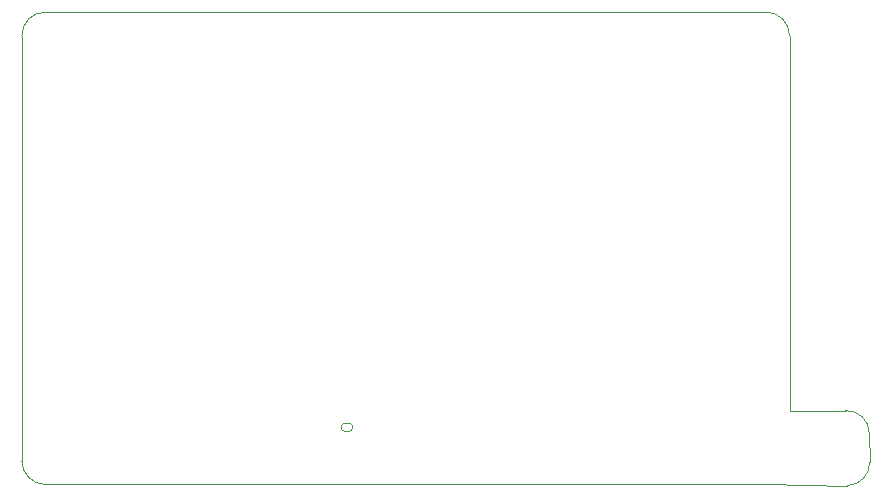
<source format=gbr>
%TF.GenerationSoftware,KiCad,Pcbnew,8.0.6*%
%TF.CreationDate,2024-12-20T17:35:20-08:00*%
%TF.ProjectId,roomba,726f6f6d-6261-42e6-9b69-6361645f7063,rev?*%
%TF.SameCoordinates,Original*%
%TF.FileFunction,Profile,NP*%
%FSLAX46Y46*%
G04 Gerber Fmt 4.6, Leading zero omitted, Abs format (unit mm)*
G04 Created by KiCad (PCBNEW 8.0.6) date 2024-12-20 17:35:20*
%MOMM*%
%LPD*%
G01*
G04 APERTURE LIST*
%TA.AperFunction,Profile*%
%ADD10C,0.100000*%
%TD*%
%TA.AperFunction,Profile*%
%ADD11C,0.010000*%
%TD*%
G04 APERTURE END LIST*
D10*
X192501921Y-121914214D02*
X192529300Y-124339975D01*
X183835786Y-126251921D02*
X190615086Y-126341896D01*
X185750000Y-120000000D02*
X190500000Y-120000000D01*
X190500000Y-120000000D02*
G75*
G02*
X192501921Y-121914214I85802J-1914197D01*
G01*
X183750000Y-86250000D02*
G75*
G02*
X185750000Y-88250000I0J-2000000D01*
G01*
X192529300Y-124339975D02*
G75*
G02*
X190615086Y-126341897I-1914200J-85800D01*
G01*
X122750000Y-86250000D02*
X183750000Y-86250000D01*
X120750000Y-88250000D02*
G75*
G02*
X122750000Y-86250000I2000000J0D01*
G01*
X120750000Y-124250000D02*
X120750000Y-88250000D01*
X122750000Y-126250000D02*
G75*
G02*
X120750000Y-124250000I0J2000000D01*
G01*
X183835786Y-126251921D02*
X122750000Y-126250000D01*
X185750000Y-88250000D02*
X185750000Y-120000000D01*
D11*
%TO.C,J4*%
X148780000Y-121410750D02*
G75*
G02*
X148425000Y-121765750I-355000J0D01*
G01*
X148425000Y-121055750D02*
G75*
G02*
X148780000Y-121410750I0J-355000D01*
G01*
X148125000Y-121765750D02*
G75*
G02*
X147770000Y-121410750I0J355000D01*
G01*
X147770000Y-121410750D02*
G75*
G02*
X148125000Y-121055750I355000J0D01*
G01*
X148425000Y-121765750D02*
X148125000Y-121765750D01*
X148125000Y-121055750D02*
X148425000Y-121055750D01*
%TD*%
M02*

</source>
